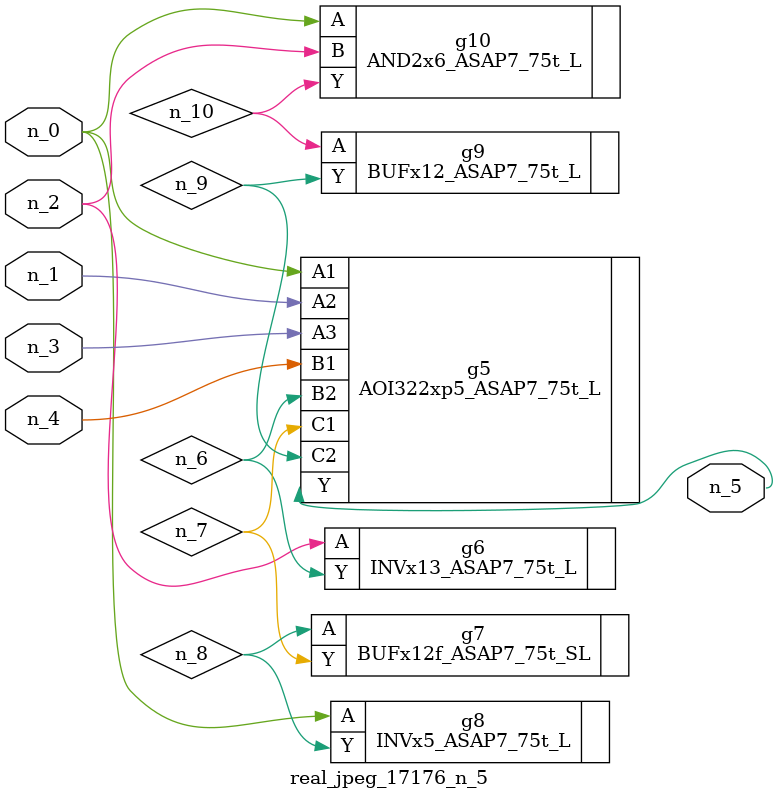
<source format=v>
module real_jpeg_17176_n_5 (n_4, n_0, n_1, n_2, n_3, n_5);

input n_4;
input n_0;
input n_1;
input n_2;
input n_3;

output n_5;

wire n_8;
wire n_6;
wire n_7;
wire n_10;
wire n_9;

AOI322xp5_ASAP7_75t_L g5 ( 
.A1(n_0),
.A2(n_1),
.A3(n_3),
.B1(n_4),
.B2(n_6),
.C1(n_7),
.C2(n_9),
.Y(n_5)
);

INVx5_ASAP7_75t_L g8 ( 
.A(n_0),
.Y(n_8)
);

AND2x6_ASAP7_75t_L g10 ( 
.A(n_0),
.B(n_2),
.Y(n_10)
);

INVx13_ASAP7_75t_L g6 ( 
.A(n_2),
.Y(n_6)
);

BUFx12f_ASAP7_75t_SL g7 ( 
.A(n_8),
.Y(n_7)
);

BUFx12_ASAP7_75t_L g9 ( 
.A(n_10),
.Y(n_9)
);


endmodule
</source>
